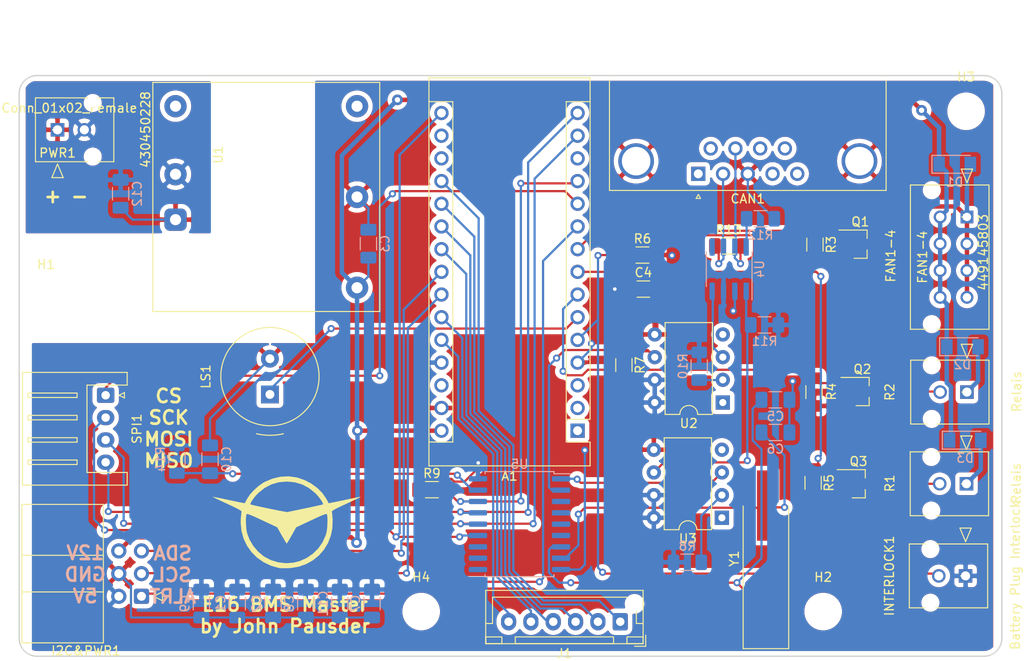
<source format=kicad_pcb>
(kicad_pcb (version 20221018) (generator pcbnew)
  (layers (0 "F.Cu" signal) (31 "B.Cu" signal) (34 "B.Paste" user) (35 "F.Paste" user) (36 "B.SilkS" user "B.Silkscreen") (37 "F.SilkS" user "F.Silkscreen") (38 "B.Mask" user) (39 "F.Mask" user) (44 "Edge.Cuts" user))
  (net 0 "")
  (net 1 "GND")
  (net 2 "+5V")
  (net 3 "+12V")
  (net 6 "Net-(A1-D8)")
  (net 7 "/CAN/CAN_H")
  (net 8 "/CAN/CAN_L")
  (net 9 "Net-(A1-A7)")
  (net 10 "Net-(A1-A6)")
  (net 11 "Net-(A1-SCL{slash}A5)")
  (net 12 "FAN_PWM")
  (net 13 "Net-(A1-SDA{slash}A4)")
  (net 14 "R+")
  (net 15 "Net-(A1-A3)")
  (net 16 "R-")
  (net 17 "RX_CAN")
  (net 18 "Net-(A1-D3)")
  (net 19 "/CAN/CS_CAN")
  (net 20 "Net-(A1-A2)")
  (net 21 "TX_1")
  (net 22 "Net-(A1-D2)")
  (net 23 "/CAN/MISO")
  (net 24 "/CAN/MOSI")
  (net 25 "/CAN/SCK")
  (net 26 "Net-(A1-A1)")
  (net 27 "TX_CAN")
  (net 28 "Net-(A1-A0)")
  (net 30 "ALERT")
  (net 35 "Net-(U5-OSC2)")
  (net 36 "Net-(U5-OSC1)")
  (net 37 "Net-(U5-~{RESET})")
  (net 38 "Net-(PWR1-Pin_2)")
  (net 39 "Net-(PWR1-Pin_1)")
  (net 46 "Net-(D1-A)")
  (net 47 "Net-(D2-A)")
  (net 48 "Net-(D3-A)")
  (net 49 "Net-(Q2-D)")
  (net 50 "Net-(Q3-D)")
  (net 51 "Net-(U3-A)")
  (net 52 "Net-(U2-A)")
  (net 53 "Net-(U4-Rs)")
  (net 56 "Net-(U2-C)")
  (footprint "Capacitor_SMD:C_1206_3216Metric_Pad1.33x1.80mm_HandSolder" (layer "F.Cu") (at 169.8752 123.9012)
    (fp_text reference "C4")
    (fp_text value "100n")
  )
  (footprint "Connector_Dsub:DSUB-9_Female_Horizontal_P2.77x2.84mm_EdgePinOffset7.70mm_Housed_MountingHolesOffset9.12mm" (layer "F.Cu") (at 176.022 110.998 180)
    (fp_text reference "CAN1")
    (fp_text value "CAN Connector")
  )
  (footprint "MountingHole:MountingHole_3.2mm_M3_ISO7380" (layer "F.Cu") (at 103 125)
    (fp_text reference "H1")
    (fp_text value "MountingHole")
  )
  (footprint "MountingHole:MountingHole_3.2mm_M3_ISO7380" (layer "F.Cu") (at 190 160)
    (fp_text reference "H2")
    (fp_text value "MountingHole")
  )
  (footprint "MountingHole:MountingHole_3.2mm_M3_ISO7380" (layer "F.Cu") (at 206 104)
    (fp_text reference "H3")
    (fp_text value "MountingHole")
  )
  (footprint "MountingHole:MountingHole_3.2mm_M3_ISO7380" (layer "F.Cu") (at 145 160)
    (fp_text reference "H4")
    (fp_text value "MountingHole")
  )
  (footprint "Connector_IDC:IDC-Header_2x03_P2.54mm_Horizontal" (layer "F.Cu") (at 113.6904 158.2928 180)
    (fp_text reference "I2C&PWR1")
    (fp_text value "I2C&PWR")
  )
  (footprint "Connector_JST:JST_XH_B6B-XH-AM_1x06_P2.50mm_Vertical" (layer "F.Cu") (at 167.2844 161.1376 180)
    (fp_text reference "J1")
    (fp_text value "Analog")
  )
  (footprint "2022-01-09_21-13-24:430450228" (layer "F.Cu") (at 104.2924 106.0704 -90)
    (fp_text reference "PWR1")
    (fp_text value "Conn_01x02_Female")
  )
  (footprint "Package_TO_SOT_SMD:SOT-23_Handsoldering" (layer "F.Cu") (at 194.1576 118.872)
    (fp_text reference "Q1")
    (fp_text value "IRLML2502")
  )
  (footprint "Package_TO_SOT_SMD:SOT-23_Handsoldering" (layer "F.Cu") (at 194.3895 135.3729)
    (fp_text reference "Q2")
    (fp_text value "IRLML2060")
  )
  (footprint "Package_TO_SOT_SMD:SOT-23_Handsoldering" (layer "F.Cu") (at 193.9544 145.6944)
    (fp_text reference "Q3")
    (fp_text value "IRLML2060")
  )
  (footprint "Resistor_SMD:R_1206_3216Metric_Pad1.30x1.75mm_HandSolder" (layer "F.Cu") (at 189.0776 118.9228 -90)
    (fp_text reference "R3")
    (fp_text value "10k")
  )
  (footprint "Resistor_SMD:R_1206_3216Metric_Pad1.30x1.75mm_HandSolder" (layer "F.Cu") (at 188.8744 145.5928 90)
    (fp_text reference "R5")
    (fp_text value "10k")
  )
  (footprint "Resistor_SMD:R_1206_3216Metric_Pad1.30x1.75mm_HandSolder" (layer "F.Cu") (at 169.7736 120.0912)
    (fp_text reference "R6")
    (fp_text value "10k")
  )
  (footprint "Resistor_SMD:R_1206_3216Metric_Pad1.30x1.75mm_HandSolder" (layer "F.Cu") (at 167.6908 132.4108 -90)
    (fp_text reference "R7")
    (fp_text value "1k")
  )
  (footprint "Resistor_SMD:R_1206_3216Metric_Pad1.30x1.75mm_HandSolder" (layer "F.Cu") (at 146.2024 146.3548)
    (fp_text reference "R9")
    (fp_text value "10k")
  )
  (footprint "Resistor_SMD:R_1206_3216Metric_Pad1.30x1.75mm_HandSolder" (layer "F.Cu") (at 179.4256 119.0752)
    (fp_text reference "R13")
    (fp_text value "120")
  )
  (footprint "Package_DIP:DIP-8_W7.62mm" (layer "F.Cu") (at 178.7652 136.6012 180)
    (fp_text reference "U2")
    (fp_text value "6N137")
  )
  (footprint "Package_DIP:DIP-8_W7.62mm" (layer "F.Cu") (at 178.6636 149.5044 180)
    (fp_text reference "U3")
    (fp_text value "6N137")
  )
  (footprint "Crystal:Crystal_SMD_HC49-SD_HandSoldering" (layer "F.Cu") (at 183.5912 154.0764 90)
    (fp_text reference "Y1")
    (fp_text value "16MHz")
  )
  (footprint "Selfmade:Buzzer4mmPIN" (layer "F.Cu") (at 128.0668 136.1948 90)
    (fp_text reference "LS1")
    (fp_text value "Speaker")
  )
  (footprint "Module:Arduino_Nano" (layer "F.Cu") (at 162.5092 139.7508 180)
    (fp_text reference "A1")
    (fp_text value "Arduino_Nano_Every")
  )
  (footprint "Selfmade:Converter_DCDC_XP_POWER_JTDxxxxxxx_THT_self" (layer "F.Cu") (at 117.5004 116.1288 90)
    (fp_text reference "U1")
    (fp_text value "PDQE20-Ds_Self")
  )
  (footprint "2022-01-09_21-13-24:430450228" (layer "F.Cu") (at 205.9432 156.0068 90)
    (fp_text reference "INTERLOCK1")
    (fp_text value "Battery Plug Interlock")
  )
  (footprint "2022-01-09_21-13-24:430450228" (layer "F.Cu") (at 206.0956 135.4328 90)
    (fp_text reference "R2")
    (fp_text value "Relais")
  )
  (footprint "2022-01-09_21-13-24:430450228" (layer "F.Cu") (at 206.0448 145.6944 90)
    (fp_text reference "R1")
    (fp_text value "Relais")
  )
  (footprint "2022-01-10_10-45-03:449145803" (layer "F.Cu") (at 206.0956 115.824 90)
    (fp_text reference "FAN1-4")
    (fp_text value "FAN1-4")
  )
  (footprint "Connector_JST:JST_XH_S4B-XH-A_1x04_P2.50mm_Horizontal" (layer "F.Cu") (at 109.6772 135.7884 -90)
    (fp_text reference "SPI1")
    (fp_text value "Conn_01x04_Male")
  )
  (footprint "Resistor_SMD:R_1206_3216Metric_Pad1.30x1.75mm_HandSolder" (layer "F.Cu") (at 188.976 135.4328 90)
    (fp_text reference "R4")
    (fp_text value "10k")
  )
  (footprint "Selfmade:FTAG3" (layer "F.Cu") (at 129.9464 150.0124)
    (fp_text reference "H5" hide)
    (fp_text value "MountingHole" hide)
  )
  (footprint "Capacitor_SMD:C_1206_3216Metric_Pad1.33x1.80mm_HandSolder" (layer "B.Cu") (at 124.4092 159.1056 -90)
    (fp_text reference "C1")
    (fp_text value "0u1F")
  )
  (footprint "Capacitor_SMD:C_1206_3216Metric_Pad1.33x1.80mm_HandSolder" (layer "B.Cu") (at 128.4224 159.1056 -90)
    (fp_text reference "C2")
    (fp_text value "1uF")
  )
  (footprint "Capacitor_SMD:C_1206_3216Metric_Pad1.33x1.80mm_HandSolder" (layer "B.Cu") (at 139.0904 118.8212 90)
    (fp_text reference "C3")
    (fp_text value "100uF 16V")
  )
  (footprint "Capacitor_SMD:C_1206_3216Metric_Pad1.33x1.80mm_HandSolder" (layer "B.Cu") (at 184.658 136.2964)
    (fp_text reference "C5")
    (fp_text value "22p")
  )
  (footprint "Capacitor_SMD:C_1206_3216Metric_Pad1.33x1.80mm_HandSolder" (layer "B.Cu") (at 184.658 139.954)
    (fp_text reference "C6")
    (fp_text value "22p")
  )
  (footprint "Capacitor_SMD:C_1206_3216Metric_Pad1.33x1.80mm_HandSolder" (layer "B.Cu") (at 139.4968 159.1056 -90)
    (fp_text reference "C7")
    (fp_text value "100n")
  )
  (footprint "Capacitor_SMD:C_1206_3216Metric_Pad1.33x1.80mm_HandSolder" (layer "B.Cu") (at 132.08 159.1056 -90)
    (fp_text reference "C8")
    (fp_text value "100n")
  )
  (footprint "Capacitor_SMD:C_1206_3216Metric_Pad1.33x1.80mm_HandSolder" (layer "B.Cu") (at 120.396 159.1056 -90)
    (fp_text reference "C9")
    (fp_text value "100n")
  )
  (footprint "Capacitor_SMD:C_1206_3216Metric_Pad1.33x1.80mm_HandSolder" (layer "B.Cu") (at 121.3612 142.9512 90)
    (fp_text reference "C10")
    (fp_text value "100n")
  )
  (footprint "Capacitor_SMD:C_1206_3216Metric_Pad1.33x1.80mm_HandSolder" (layer "B.Cu") (at 135.89 159.1056 -90)
    (fp_text reference "C11")
    (fp_text value "100n")
  )
  (footprint "Diode_SMD:D_MiniMELF" (layer "B.Cu") (at 204.724 109.9312)
    (fp_text reference "D1")
    (fp_text value "D")
  )
  (footprint "Diode_SMD:D_MiniMELF" (layer "B.Cu") (at 205.5876 130.3528)
    (fp_text reference "D2")
    (fp_text value "LL4148")
  )
  (footprint "Diode_SMD:D_MiniMELF" (layer "B.Cu") (at 205.8924 140.8176)
    (fp_text reference "D3")
    (fp_text value "LL4148")
  )
  (footprint "Resistor_SMD:R_1206_3216Metric_Pad1.30x1.75mm_HandSolder" (layer "B.Cu") (at 174.8028 154.4828 180)
    (fp_text reference "R8")
    (fp_text value "1k")
  )
  (footprint "Resistor_SMD:R_1206_3216Metric_Pad1.30x1.75mm_HandSolder" (layer "B.Cu") (at 176.1236 132.5372 -90)
    (fp_text reference "R10")
    (fp_text value "1k")
  )
  (footprint "Resistor_SMD:R_1206_3216Metric_Pad1.30x1.75mm_HandSolder" (layer "B.Cu") (at 183.4388 127.9144)
    (fp_text reference "R11")
    (fp_text value "1k")
  )
  (footprint "Resistor_SMD:R_1206_3216Metric_Pad1.30x1.75mm_HandSolder" (layer "B.Cu") (at 182.9816 116.0272)
    (fp_text reference "R12")
    (fp_text value "10k")
  )
  (footprint "Package_SO:SOIC-8_3.9x4.9mm_P1.27mm" (layer "B.Cu") (at 179.4764 121.666 90)
    (fp_text reference "U4")
    (fp_text value "MCP2551-I-SN")
  )
  (footprint "Package_SO:SOIC-18W_7.5x11.6mm_P1.27mm" (layer "B.Cu") (at 156.0068 150.2156 180)
    (fp_text reference "U5")
    (fp_text value "MCP2515-xSO")
  )
  (footprint "Capacitor_SMD:C_1206_3216Metric_Pad1.33x1.80mm_HandSolder" (layer "B.Cu") (at 111.3536 113.2332 90)
    (fp_text reference "C12")
    (fp_text value "100uF 70V")
  )
  (footprint "Resistor_SMD:R_1206_3216Metric_Pad1.30x1.75mm_HandSolder" (layer "B.Cu") (at 117.6528 142.9512 -90)
    (fp_text reference "R14")
    (fp_text value "1k")
  )
  (gr_arc (start 102 165) (mid 100.585786 164.414214) (end 100 163) (stroke (width 0.15)) (layer "Edge.Cuts"))
  (gr_arc (start 100 102) (mid 100.585786 100.585786) (end 102 100) (stroke (width 0.15)) (layer "Edge.Cuts"))
  (gr_arc (start 210 163) (mid 209.414214 164.414214) (end 208 165) (stroke (width 0.15)) (layer "Edge.Cuts"))
  (gr_line (start 210 102) (end 210 163) (stroke (width 0.15)) (layer "Edge.Cuts"))
  (gr_line (start 208 165) (end 102 165) (stroke (width 0.15)) (layer "Edge.Cuts"))
  (gr_line (start 100 102) (end 100 163) (stroke (width 0.15)) (layer "Edge.Cuts"))
  (gr_arc (start 208 100) (mid 209.414214 100.585786) (end 210 102) (stroke (width 0.15)) (layer "Edge.Cuts"))
  (gr_line (start 102 100) (end 208 100) (stroke (width 0.15)) (layer "Edge.Cuts"))
  (gr_text "12V\nGND\n5V" (at 107.3912 155.8544) (layer "B.SilkS") (effects (font (size 1.5 1.5) (thickness 0.3)) (justify mirror)))
  (gr_text "SDA\nSCL\nALRT" (at 117.1956 155.9052) (layer "B.SilkS") (effects (font (size 1.5 1.5) (thickness 0.3)) (justify mirror)))
  (gr_text "CS\nSCK\nMOSI\nMISO" (at 116.7384 139.4968) (layer "F.SilkS") (effects (font (size 1.5 1.5) (thickness 0.3))))
  (gr_text "+ -" (at 105.2576 113.4872) (layer "F.SilkS") (effects (font (size 1.5 1.5) (thickness 0.3))))
  (gr_text "E16 BMS Master\nby John Pausder" (at 129.7432 160.4264) (layer "F.SilkS") (effects (font (size 1.5 1.5) (thickness 0.3))))
  (segment (start 173.0248 120.0912) (end 173.0756 120.142) (width 0.25) (layer "F.Cu") (net 1))
  (segment (start 186.47999 117.87519) (end 189.0776 120.4728) (width 0.25) (layer "F.Cu") (net 1))
  (segment (start 188.976 136.6012) (end 186.5884 134.2136) (width 0.25) (layer "F.Cu") (net 1))
  (segment (start 164.0702 129.996201) (end 165.085201 128.9812) (width 0.25) (layer "F.Cu") (net 1))
  (segment (start 163.322 141.9352) (end 170.9928 141.9352) (width 0.25) (layer "F.Cu") (net 1))
  (segment (start 170.9928 141.9352) (end 171.0436 141.8844) (width 0.25) (layer "F.Cu") (net 1))
  (segment (start 171.4377 128.6887) (end 171.1452 128.9812) (width 0.25) (layer "F.Cu") (net 1))
  (segment (start 165.085201 128.9812) (end 171.1452 128.9812) (width 0.25) (layer "F.Cu") (net 1))
  (segment (start 188.976 136.9828) (end 188.976 136.6012) (width 0.25) (layer "F.Cu") (net 1))
  (segment (start 171.3236 120.0912) (end 173.0248 120.0912) (width 0.25) (layer "F.Cu") (net 1))
  (segment (start 175.34241 117.87519) (end 186.47999 117.87519) (width 0.25) (layer "F.Cu") (net 1))
  (segment (start 171.4377 123.9012) (end 171.4377 128.6887) (width 0.25) (layer "F.Cu") (net 1))
  (segment (start 173.0756 120.142) (end 175.34241 117.87519) (width 0.25) (layer "F.Cu") (net 1))
  (via (at 163.322 141.9352) (size 0.8) (drill 0.4) (layers "F.Cu" "B.Cu") (net 1))
  (via (at 173.0756 120.142) (size 0.8) (drill 0.4) (layers "F.Cu" "B.Cu") (net 1))
  (via (at 186.5884 134.2136) (size 0.8) (drill 0.4) (layers "F.Cu" "B.Cu") (net 1))
  (via (at 164.0702 129.996201) (size 0.8) (drill 0.4) (layers "F.Cu" "B.Cu") (net 1))
  (via (at 179.9336 126.3396) (size 0.8) (drill 0.4) (layers "F.Cu" "B.Cu") (net 1))
  (segment (start 160.6568 155.2956) (end 161.6818 155.2956) (width 0.25) (layer "B.Cu") (net 1))
  (segment (start 180.1114 124.141) (end 180.1114 126.1618) (width 0.25) (layer "B.Cu") (net 1))
  (segment (start 181.562 110.998) (end 181.562 113.0576) (width 0.25) (layer "B.Cu") (net 1))
  (segment (start 112.5851 160.6681) (end 112.51539 160.59839) (width 0.25) (layer "B.Cu") (net 1))
  (segment (start 186.5884 135.9285) (end 186.2205 136.2964) (width 0.25) (layer "B.Cu") (net 1))
  (segment (start 139.0904 114.8588) (end 137.8204 113.5888) (width 0.25) (layer "B.Cu") (net 1))
  (segment (start 139.4968 160.6681) (end 120.396 160.6681) (width 0.25) (layer "B.Cu") (net 1))
  (segment (start 121.3612 138.4004) (end 128.0668 131.6948) (width 0.25) (layer "B.Cu") (net 1))
  (segment (start 117.9191 160.6681) (end 112.5851 160.6681) (width 0.25) (layer "B.Cu") (net 1))
  (segment (start 112.51539 157.11779) (end 111.1504 155.7528) (width 0.25) (layer "B.Cu") (net 1))
  (segment (start 186.2205 136.2964) (end 186.2205 139.954) (width 0.25) (layer "B.Cu") (net 1))
  (segment (start 181.562 113.0576) (end 184.5316 116.0272) (width 0.25) (layer "B.Cu") (net 1))
  (segment (start 121.3612 141.3887) (end 121.3612 138.4004) (width 0.25) (layer "B.Cu") (net 1))
  (segment (start 180.1114 126.1618) (end 179.9336 126.3396) (width 0.25) (layer "B.Cu") (net 1))
  (segment (start 163.322 154.7368) (end 163.322 141.9352) (width 0.25) (layer "B.Cu") (net 1))
  (segment (start 186.5884 134.2136) (end 186.5884 135.9285) (width 0.25) (layer "B.Cu") (net 1))
  (segment (start 164.0702 130.5698) (end 164.0702 129.996201) (width 0.25) (layer "B.Cu") (net 1))
  (segment (start 161.6818 155.2956) (end 162.7632 155.2956) (width 0.25) (layer "B.Cu") (net 1))
  (segment (start 112.5851 160.6681) (end 112.5728 160.6804) (width 0.25) (layer "B.Cu") (net 1))
  (segment (start 112.51539 160.59839) (end 112.51539 157.11779) (width 0.25) (layer "B.Cu") (net 1))
  (segment (start 162.7632 155.2956) (end 163.322 154.7368) (width 0.25) (layer "B.Cu") (net 1))
  (segment (start 120.396 160.6681) (end 117.9191 160.6681) (width 0.25) (layer "B.Cu") (net 1))
  (segment (start 162.5092 132.1308) (end 164.0702 130.5698) (width 0.25) (layer "B.Cu") (net 1))
  (segment (start 139.0904 117.2587) (end 139.0904 114.8588) (width 0.25) (layer "B.Cu") (net 1))
  (segment (start 144.6524 146.3548) (end 145.85241 145.15479) (width 0.25) (layer "F.Cu") (net 2))
  (segment (start 148.399788 145.15479) (end 148.699199 145.454201) (width 0.25) (layer "F.Cu") (net 2))
  (segment (start 151.384 143.923285) (end 151.384 143.3576) (width 0.25) (layer "F.Cu") (net 2))
  (segment (start 171.0448 133.9608) (end 171.1452 134.0612) (width 0.25) (layer "F.Cu") (net 2))
  (segment (start 168.3127 123.9012) (end 166.6748 123.9012) (width 0.25) (layer "F.Cu") (net 2))
  (segment (start 145.85241 145.15479) (end 148.399788 145.15479) (width 0.25) (layer "F.Cu") (net 2))
  (segment (start 149.853084 145.454201) (end 151.384 143.923285) (width 0.25) (layer "F.Cu") (net 2))
  (segment (start 167.6908 133.9608) (end 171.0448 133.9608) (width 0.25) (layer "F.Cu") (net 2))
  (segment (start 148.699199 145.454201) (end 149.853084 145.454201) (width 0.25) (layer "F.Cu") (net 2))
  (via (at 151.384 143.3576) (size 0.8) (drill 0.4) (layers "F.Cu" "B.Cu") (net 2))
  (via (at 166.6748 123.9012) (size 0.8) (drill 0.4) (layers "F.Cu" "B.Cu") (net 2))
  (segment (start 151.3568 143.3848) (end 151.384 143.3576) (width 0.25) (layer "B.Cu") (net 2))
  (segment (start 151.3568 145.1356) (end 151.3568 143.3848) (width 0.25) (layer "B.Cu") (net 2))
  (segment (start 112.675399 151.687801) (end 111.1504 153.2128) (width 0.5) (layer "F.Cu") (net 3))
  (segment (start 137.169601 151.687801) (end 112.675399 151.687801) (width 0.5) (layer "F.Cu") (net 3))
  (segment (start 137.8712 139.7508) (end 147.2692 139.7508) (width 0.5) (layer "F.Cu") (net 3))
  (segment (start 199.8472 102.7176) (end 201.0156 103.886) (width 0.5) (layer "F.Cu") (net 3))
  (segment (start 142.3416 102.7176) (end 199.8472 102.7176) (width 0.5) (layer "F.Cu") (net 3))
  (segment (start 137.7696 152.2878) (end 137.169601 151.687801) (width 0.5) (layer "F.Cu") (net 3))
  (via (at 137.8712 139.7508) (size 1.2) (drill 0.6) (layers "F.Cu" "B.Cu") (net 3))
  (via (at 201.0156 103.886) (size 1.2) (drill 0.6) (layers "F.Cu" "B.Cu") (net 3))
  (via (at 142.3416 102.7176) (size 1.2) (drill 0.6) (layers "F.Cu" "B.Cu") (net 3))
  (via (at 137.7696 152.2878) (size 1.2) (drill 0.6) (layers "F.Cu" "B.Cu") (net 3))
  (segment (start 137.8204 123.7488) (end 136.120399 122.048799) (width 0.5) (layer "B.Cu") (net 3))
  (segment (start 203.095601 115.824) (end 203.095601 124.823997) (width 0.5) (layer "B.Cu") (net 3))
  (segment (start 203.8156 115.104001) (end 203.095601 115.824) (width 0.5) (layer "B.Cu") (net 3))
  (segment (start 203.095601 124.823997) (end 203.8376 125.565996) (width 0.5) (layer "B.Cu") (net 3))
  (segment (start 137.8204 123.7488) (end 137.8204 139.7) (width 0.5) (layer "B.Cu") (net 3))
  (segment (start 202.974 109.9312) (end 203.8156 110.7728) (width 0.5) (layer "B.Cu") (net 3))
  (segment (start 139.0904 122.4788) (end 137.8204 123.7488) (width 0.25) (layer "B.Cu") (net 3))
  (segment (start 204.305602 134.851999) (end 204.305602 140.654398) (width 0.5) (layer "B.Cu") (net 3))
  (segment (start 204.305602 140.654398) (end 204.1424 140.8176) (width 0.5) (layer "B.Cu") (net 3))
  (segment (start 136.120399 122.048799) (end 136.120399 108.938801) (width 0.5) (layer "B.Cu") (net 3))
  (segment (start 203.8156 110.7728) (end 203.8156 115.104001) (width 0.5) (layer "B.Cu") (net 3))
  (segment (start 137.8204 139.7) (end 137.8712 139.7508) (width 0.5) (layer "B.Cu") (net 3))
  (segment (start 137.8712 152.1862) (end 137.7696 152.2878) (width 0.5) (layer "B.Cu") (net 3))
  (segment (start 137.8712 139.7508) (end 137.8712 152.1862) (width 0.5) (layer "B.Cu") (net 3))
  (segment (start 203.8376 125.565996) (end 203.8376 130.3528) (width 0.5) (layer "B.Cu") (net 3))
  (segment (start 203.8376 130.3528) (end 203.8376 134.383997) (width 0.5) (layer "B.Cu") (net 3))
  (segment (start 139.0904 120.3837) (end 139.0904 122.4788) (width 0.25) (layer "B.Cu") (net 3))
  (segment (start 201.0156 103.886) (end 202.974 105.8444) (width 0.5) (layer "B.Cu") (net 3))
  (segment (start 136.120399 108.938801) (end 142.3416 102.7176) (width 0.5) (layer "B.Cu") (net 3))
  (segment (start 202.974 105.8444) (end 202.974 109.9312) (width 0.5) (layer "B.Cu") (net 3))
  (segment (start 203.8376 134.383997) (end 204.305602 134.851999) (width 0.5) (layer "B.Cu") (net 3))
  (segment (start 111.0116 133.604) (end 140.3604 133.604) (width 0.25) (layer "F.Cu") (net 6))
  (segment (start 109.6772 135.7884) (end 109.6772 134.9384) (width 0.25) (layer "F.Cu") (net 6))
  (segment (start 109.6772 134.9384) (end 111.0116 133.604) (width 0.25) (layer "F.Cu") (net 6))
  (segment (start 161.094201 112.935801) (end 162.5092 114.3508) (width 0.25) (layer "F.Cu") (net 6))
  (segment (start 142.080199 112.935801) (end 161.094201 112.935801) (width 0.25) (layer "F.Cu") (net 6))
  (segment (start 141.7828 113.2332) (end 142.080199 112.935801) (width 0.25) (layer "F.Cu") (net 6))
  (via (at 141.7828 113.2332) (size 0.8) (drill 0.4) (layers "F.Cu" "B.Cu") (net 6))
  (via (at 140.3604 133.604) (size 0.8) (drill 0.4) (layers "F.Cu" "B.Cu") (net 6))
  (segment (start 140.3604 114.6556) (end 141.7828 113.2332) (width 0.25) (layer "B.Cu") (net 6))
  (segment (start 140.3604 133.604) (end 140.3604 114.6556) (width 0.25) (layer "B.Cu") (net 6))
  (segment (start 180.7464 121.0564) (end 180.7464 119.3044) (width 0.25) (layer "F.Cu") (net 7))
  (segment (start 180.7464 119.3044) (end 180.9756 119.0752) (width 0.25) (layer "F.Cu") (net 7))
  (via (at 180.7464 121.0564) (size 0.8) (drill 0.4) (layers "F.Cu" "B.Cu") (net 7))
  (segment (start 180.1114 120.4214) (end 180.7464 121.0564) (width 0.25) (layer "B.Cu") (net 7))
  (segment (start 180.1114 119.191) (end 180.1114 120.4214) (width 0.25) (layer "B.Cu") (net 7))
  (segment (start 180.177 108.158) (end 180.177 119.1254) (width 0.25) (layer "B.Cu") (net 7))
  (segment (start 180.177 119.1254) (end 180.1114 119.191) (width 0.25) (layer "B.Cu") (net 7))
  (segment (start 178.308 119.5076) (end 177.8756 119.0752) (width 0.25) (layer "F.Cu") (net 8))
  (segment (start 178.308 121.0564) (end 178.308 119.5076) (width 0.25) (layer "F.Cu") (net 8))
  (via (at 178.308 121.0564) (size 0.8) (drill 0.4) (layers "F.Cu" "B.Cu") (net 8))
  (segment (start 178.8414 120.523) (end 178.308 121.0564) (width 0.25) (layer "B.Cu") (net 8))
  (segment (start 178.8414 119.191) (end 178.8414 120.523) (width 0.25) (layer "B.Cu") (net 8))
  (segment (start 178.792 119.1416) (end 178.8414 119.191) (width 0.25) (layer "B.Cu") (net 8))
  (segment (start 178.792 110.998) (end 178.792 119.1416) (width 0.25) (layer "B.Cu") (net 8))
  (segment (start 154.7844 160.1692) (end 153.0604 158.4452) (width 0.25) (layer "B.Cu") (net 9))
  (segment (start 154.7844 161.1376) (end 154.7844 160.1692) (width 0.25) (layer "B.Cu") (net 9))
  (segment (start 149.1488 138.43) (end 149.1488 131.4704) (width 0.25) (layer "B.Cu") (net 9))
  (segment (start 153.0604 158.4452) (end 153.0604 142.3416) (width 0.25) (layer "B.Cu") (net 9))
  (segment (start 149.1488 131.4704) (end 147.2692 129.5908) (width 0.25) (layer "B.Cu") (net 9))
  (segment (start 153.0604 142.3416) (end 149.1488 138.43) (width 0.25) (layer "B.Cu") (net 9))
  (segment (start 157.2844 161.1376) (end 157.2844 159.9126) (width 0.25) (layer "B.Cu") (net 10))
  (segment (start 157.2844 159.9126) (end 153.51041 156.13861) (width 0.25) (layer "B.Cu") (net 10))
  (segment (start 153.510409 142.155199) (end 149.59881 138.2436) (width 0.25) (layer "B.Cu") (net 10))
  (segment (start 149.59881 129.38041) (end 147.2692 127.0508) (width 0.25) (layer "B.Cu") (net 10))
  (segment (start 149.59881 138.2436) (end 149.59881 129.38041) (width 0.25) (layer "B.Cu") (net 10))
  (segment (start 153.51041 156.13861) (end 153.510409 142.155199) (width 0.25) (layer "B.Cu") (net 10))
  (segment (start 113.7412 155.702) (end 113.6904 155.7528) (width 0.25) (layer "F.Cu") (net 11))
  (segment (start 143.3576 155.702) (end 113.7412 155.702) (width 0.25) (layer "F.Cu") (net 11))
  (via (at 143.3576 155.702) (size 0.8) (drill 0.4) (layers "F.Cu" "B.Cu") (net 11))
  (segment (start 143.56799 128.21201) (end 143.50281 128.21201) (width 0.25) (layer "B.Cu") (net 11))
  (segment (start 147.2692 124.5108) (end 143.56799 128.21201) (width 0.25) (layer "B.Cu") (net 11))
  (segment (start 143.50281 155.55679) (end 143.3576 155.702) (width 0.25) (layer "B.Cu") (net 11))
  (segment (start 143.50281 128.21201) (end 143.50281 155.55679) (width 0.25) (layer "B.Cu") (net 11))
  (segment (start 192.6576 117.922) (end 189.6268 117.922) (width 0.25) (layer "F.Cu") (net 12))
  (segment (start 164.5672 117.3728) (end 162.5092 119.4308) (width 0.25) (layer "F.Cu") (net 12))
  (segment (start 189.0776 117.3728) (end 164.5672 117.3728) (width 0.25) (layer "F.Cu") (net 12))
  (segment (start 189.6268 117.922) (end 189.0776 117.3728) (width 0.25) (layer "F.Cu") (net 12))
  (segment (start 142.52381 153.2128) (end 142.77781 153.4668) (width 0.25) (layer "F.Cu") (net 13))
  (segment (start 140.9192 153.2128) (end 142.52381 153.2128) (width 0.25) (layer "F.Cu") (net 13))
  (segment (start 113.6904 153.2128) (end 137.3124 153.2128) (width 0.25) (layer "F.Cu") (net 13))
  (segment (start 137.3124 153.2128) (end 140.9192 153.2128) (width 0.25) (layer "F.Cu") (net 13))
  (via (at 142.77781 153.4668) (size 0.8) (drill 0.4) (layers "F.Cu" "B.Cu") (net 13))
  (segment (start 147.2692 121.9708) (end 143.0528 126.1872) (width 0.25) (layer "B.Cu") (net 13))
  (segment (start 142.77781 153.4668) (end 142.77781 152.122392) (width 0.25) (layer "B.Cu") (net 13))
  (segment (start 143.0528 126.1872) (end 143.0528 126.238) (width 0.25) (layer "B.Cu") (net 13))
  (segment (start 143.0528 151.847402) (end 143.0528 126.238) (width 0.25) (layer "B.Cu") (net 13))
  (segment (start 142.77781 152.122392) (end 143.0528 151.847402) (width 0.25) (layer "B.Cu") (net 13))
  (segment (start 189.5161 134.4229) (end 188.976 133.8828) (width 0.25) (layer "F.Cu") (net 14))
  (segment (start 161.333399 133.545799) (end 160.8836 133.096) (width 0.25) (layer "F.Cu") (net 14))
  (segment (start 163.049201 133.545799) (end 161.333399 133.545799) (width 0.25) (layer "F.Cu") (net 14))
  (segment (start 188.976 133.8828) (end 188.029399 132.936199) (width 0.25) (layer "F.Cu") (net 14))
  (segment (start 192.8895 134.4229) (end 189.5161 134.4229) (width 0.25) (layer "F.Cu") (net 14))
  (segment (start 188.029399 132.936199) (end 163.658801 132.936199) (width 0.25) (layer "F.Cu") (net 14))
  (segment (start 163.658801 132.936199) (end 163.049201 133.545799) (width 0.25) (layer "F.Cu") (net 14))
  (via (at 160.8836 133.096) (size 0.8) (drill 0.4) (layers "F.Cu" "B.Cu") (net 14))
  (segment (start 160.8836 133.096) (end 160.8836 126.1364) (width 0.25) (layer "B.Cu") (net 14))
  (segment (start 160.8836 126.1364) (end 162.5092 124.5108) (width 0.25) (layer "B.Cu") (net 14))
  (segment (start 153.960418 155.952208) (end 153.960418 141.968798) (width 0.25) (layer "B.Cu") (net 15))
  (segment (start 150.04882 122.21042) (end 147.2692 119.4308) (width 0.25) (layer "B.Cu") (net 15))
  (segment (start 150.04882 138.0572) (end 150.04882 122.21042) (width 0.25) (layer "B.Cu") (net 15))
  (segment (start 153.960418 141.968798) (end 150.04882 138.0572) (width 0.25) (layer "B.Cu") (net 15))
  (segment (start 159.14581 161.1376) (end 153.960418 155.952208) (width 0.25) (layer "B.Cu") (net 15))
  (segment (start 159.7844 161.1376) (end 159.14581 161.1376) (width 0.25) (layer "B.Cu") (net 15))
  (segment (start 162.5092 121.9708) (end 189.23 121.9708) (width 0.25) (layer "F.Cu") (net 16))
  (segment (start 188.8744 144.0428) (end 191.7528 144.0428) (width 0.25) (layer "F.Cu") (net 16))
  (segment (start 189.23 121.9708) (end 189.738 122.4788) (width 0.25) (layer "F.Cu") (net 16))
  (segment (start 189.4332 143.484) (end 188.8744 144.0428) (width 0.25) (layer "F.Cu") (net 16))
  (segment (start 189.4332 142.8496) (end 189.4332 143.484) (width 0.25) (layer "F.Cu") (net 16))
  (segment (start 191.7528 144.0428) (end 192.4544 144.7444) (width 0.25) (layer "F.Cu") (net 16))
  (via (at 189.738 122.4788) (size 0.8) (drill 0.4) (layers "F.Cu" "B.Cu") (net 16))
  (via (at 189.4332 142.8496) (size 0.8) (drill 0.4) (layers "F.Cu" "B.Cu") (net 16))
  (segment (start 189.738 122.4788) (end 189.738 142.5448) (width 0.25) (layer "B.Cu") (net 16))
  (segment (start 189.738 142.5448) (end 189.4332 142.8496) (width 0.25) (layer "B.Cu") (net 16))
  (segment (start 161.060199 130.721201) (end 160.1586 131.6228) (width 0.25) (layer "F.Cu") (net 17))
  (segment (start 170.4848 130.8608) (end 171.1452 131.5212) (width 0.25) (layer "F.Cu") (net 17))
  (segment (start 170.345201 130.721201) (end 161.060199 130.721201) (width 0.25) (layer "F.Cu") (net 17))
  (segment (start 167.6908 130.8608) (end 170.4848 130.8608) (width 0.25) (layer "F.Cu") (net 17))
  (segment (start 171.1452 131.5212) (end 170.345201 130.721201) (width 0.25) (layer "F.Cu") (net 17))
  (via (at 160.1586 131.6228) (size 0.8) (drill 0.4) (layers "F.Cu" "B.Cu") (net 17))
  (segment (start 160.1586 131.6228) (end 159.30679 132.47461) (width 0.25) (layer "B.Cu") (net 17))
  (segment (start 159.30679 146.08059) (end 159.6318 146.4056) (width 0.25) (layer "B.Cu") (net 17))
  (segment (start 159.30679 132.47461) (end 159.30679 146.08059) (width 0.25) (layer "B.Cu") (net 17))
  (segment (start 159.6318 146.4056) (end 160.6568 146.4056) (width 0.25) (layer "B.Cu") (net 17))
  (segment (start 170.8652 131.2412) (end 171.1452 131.5212) (width 0.25) (layer "B.Cu") (net 17))
  (segment (start 161.2392 128.3208) (end 134.9248 128.3208) (width 0.25) (layer "F.Cu") (net 18))
  (segment (start 162.5092 127.0508) (end 161.2392 128.3208) (width 0.25) (layer "F.Cu") (net 18))
  (via (at 134.9248 128.3208) (size 0.8) (drill 0.4) (layers "F.Cu" "B.Cu") (net 18))
  (segment (start 134.9248 128.3208) (end 128.0668 135.1788) (width 0.25) (layer "B.Cu") (net 18))
  (segment (start 128.0668 135.1788) (end 128.0668 135.6948) (width 0.25) (layer "B.Cu") (net 18))
  (segment (start 156.1084 147.6756) (end 156.1592 147.6248) (width 0.25) (layer "F.Cu") (net 19))
  (segment (start 162.2552 112.0648) (end 162.5092 111.8108) (width 0.25) (layer "F.Cu") (net 19))
  (segment (start 149.0732 147.6756) (end 147.7524 146.3548) (width 0.25) (layer "F.Cu") (net 19))
  (segment (start 149.4028 147.6756) (end 156.1084 147.6756) (width 0.25) (layer "F.Cu") (net 19))
  (segment (start 156.1592 112.0648) (end 162.2552 112.0648) (width 0.25) (layer "F.Cu") (net 19))
  (via (at 156.1592 147.6248) (size 0.8) (drill 0.4) (layers "F.Cu" "B.Cu") (net 19))
  (via (at 149.4028 147.6756) (size 0.8) (drill 0.4) (layers "F.Cu" "B.Cu") (net 19))
  (via (at 156.1592 112.0648) (size 0.8) (drill 0.4) (layers "F.Cu" "B.Cu") (net 19))
  (segment (start 149.352 147.6756) (end 149.0732 147.6756) (width 0.25) (layer "B.Cu") (net 19))
  (segment (start 156.1592 147.6248) (end 156.1592 112.0648) (width 0.25) (layer "B.Cu") (net 19))
  (segment (start 162.4584 111.76) (end 162.5092 111.8108) (width 0.25) (layer "B.Cu") (net 19))
  (segment (start 149.352 147.6756) (end 149.4028 147.6756) (width 0.25) (layer "B.Cu") (net 19))
  (segment (start 151.3568 147.6756) (end 149.352 147.6756) (width 0.25) (layer "B.Cu") (net 19))
  (segment (start 158.30902 159.6644) (end 154.410428 155.765808) (width 0.25) (layer "B.Cu") (net 20))
  (segment (start 150.49883 120.12043) (end 147.2692 116.8908) (width 0.25) (layer "B.Cu") (net 20))
  (segment (start 150.49883 137.8708) (end 150.49883 120.12043) (width 0.25) (layer "B.Cu") (net 20))
  (segment (start 154.410427 141.782397) (end 150.49883 137.8708) (width 0.25) (layer "B.Cu") (net 20))
  (segment (start 154.410428 155.765808) (end 154.410427 141.782397) (width 0.25) (layer "B.Cu") (net 20))
  (segment (start 162.2844 161.1376) (end 160.8112 159.6644) (width 0.25) (layer "B.Cu") (net 20))
  (segment (start 160.8112 159.6644) (end 158.30902 159.6644) (width 0.25) (layer "B.Cu") (net 20))
  (segment (start 171.0436 144.4244) (end 172.168601 143.299399) (width 0.25) (layer "F.Cu") (net 21))
  (segment (start 181.312601 143.299399) (end 181.5084 143.1036) (width 0.25) (layer "F.Cu") (net 21))
  (segment (start 172.168601 143.299399) (end 181.312601 143.299399) (width 0.25) (layer "F.Cu") (net 21))
  (via (at 181.5084 143.1036) (size 0.8) (drill 0.4) (layers "F.Cu" "B.Cu") (net 21))
  (segment (start 181.3814 127.407) (end 181.8888 127.9144) (width 0.25) (layer "B.Cu") (net 21))
  (segment (start 181.3814 124.141) (end 181.3814 127.407) (width 0.25) (layer "B.Cu") (net 21))
  (segment (start 181.5084 143.1036) (end 181.5084 128.2948) (width 0.25) (layer "B.Cu") (net 21))
  (segment (start 181.5084 128.2948) (end 181.8888 127.9144) (width 0.25) (layer "B.Cu") (net 21))
  (segment (start 164.846 120.0912) (end 164.7952 120.142) (width 0.25) (layer "F.Cu") (net 22))
  (segment (start 168.2236 120.0912) (end 164.846 120.0912) (width 0.25) (layer "F.Cu") (net 22))
  (segment (start 202.943201 156.0068) (end 202.6878 155.751399) (width 0.25) (layer "F.Cu") (net 22))
  (segment (start 165.454199 155.751399) (end 165.3032 155.6004) (width 0.25) (layer "F.Cu") (net 22))
  (segment (start 202.6878 155.751399) (end 165.454199 155.751399) (width 0.25) (layer "F.Cu") (net 22))
  (via (at 165.3032 155.6004) (size 0.8) (drill 0.4) (layers "F.Cu" "B.Cu") (net 22))
  (via (at 164.7952 120.142) (size 0.8) (drill 0.4) (layers "F.Cu" "B.Cu") (net 22))
  (segment (start 164.7952 120.142) (end 164.7952 127.3048) (width 0.25) (layer "B.Cu") (net 22))
  (segment (start 164.7952 155.0924) (end 164.7952 127.3048) (width 0.25) (layer "B.Cu") (net 22))
  (segment (start 164.7952 127.3048) (end 162.5092 129.5908) (width 0.25) (layer "B.Cu") (net 22))
  (segment (start 165.3032 155.6004) (end 164.7952 155.0924) (width 0.25) (layer "B.Cu") (net 22))
  (segment (start 149.4028 148.844) (end 110.0328 148.844) (width 0.25) (layer "F.Cu") (net 23))
  (segment (start 149.4028 148.844) (end 156.9212 148.844) (width 0.25) (layer "F.Cu") (net 23))
  (segment (start 110.0328 148.844) (end 109.982 148.7932) (width 0.25) (layer "F.Cu") (net 23))
  (segment (start 156.9212 148.844) (end 156.972 148.8948) (width 0.25) (layer "F.Cu") (net 23))
  (via (at 156.972 148.8948) (size 0.8) (drill 0.4) (layers "F.Cu" "B.Cu") (net 23))
  (via (at 109.982 148.7932) (size 0.8) (drill 0.4) (layers "F.Cu" "B.Cu") (net 23))
  (via (at 149.4028 148.844) (size 0.8) (drill 0.4) (layers "F.Cu" "B.Cu") (net 23))
  (segment (start 151.3568 148.9456) (end 149.5044 148.9456) (width 0.25) (layer "B.Cu") (net 23))
  (segment (start 156.972 109.728) (end 162.5092 104.1908) (width 0.25) (layer "B.Cu") (net 23))
  (segment (start 109.982 148.7932) (end 109.982 143.5932) (width 0.25) (layer "B.Cu") (net 23))
  (segment (start 149.5044 148.9456) (end 149.4028 148.844) (width 0.25) (layer "B.Cu") (net 23))
  (segment (start 109.982 143.5932) (end 109.6772 143.2884) (width 0.25) (layer "B.Cu") (net 23))
  (segment (start 156.972 148.8948) (end 156.972 109.728) (width 0.25) (layer "B.Cu") (net 23))
  (segment (start 111.7462 150.1648) (end 111.6954 150.114) (width 0.25) (layer "F.Cu") (net 24))
  (segment (start 149.4028 150.1648) (end 111.7462 150.1648) (width 0.25) (layer "F.Cu") (net 24))
  (segment (start 149.4028 150.1648) (end 157.5308 150.1648) (width 0.25) (layer "F.Cu") (net 24))
  (via (at 157.5308 150.1648) (size 0.8) (drill 0.4) (layers "F.Cu" "B.Cu") (net 24))
  (via (at 149.4028 150.1648) (size 0.8) (drill 0.4) (layers "F.Cu" "B.Cu") (net 24))
  (via (at 111.6954 150.114) (size 0.8) (drill 0.4) (layers "F.Cu" "B.Cu") (net 24))
  (segment (start 151.3568 150.2156) (end 149.4536 150.2156) (width 0.25) (layer "B.Cu") (net 24))
  (segment (start 111.6954 150.114) (end 111.6954 142.8066) (width 0.25) (layer "B.Cu") (net 24))
  (segment (start 157.697001 111.542999) (end 162.5092 106.7308) (width 0.25) (layer "B.Cu") (net 24))
  (segment (start 111.6954 142.8066) (end 109.6772 140.7884) (width 0.25) (layer "B.Cu") (net 24))
  (segment (start 149.4536 150.2156) (end 149.4028 150.1648) (width 0.25) (layer "B.Cu") (net 24))
  (segment (start 157.697001 149.998599) (end 157.697001 111.542999) (width 0.25) (layer "B.Cu") (net 24))
  (segment (start 157.5308 150.1648) (end 157.697001 149.998599) (width 0.25) (layer "B.Cu") (net 24))
  (segment (start 142.3416 151.638) (end 142.1892 151.638) (width 0.25) (layer "F.Cu") (net 25))
  (segment (start 109.5756 150.876) (end 141.4272 150.876) (width 0.25) (layer "F.Cu") (net 25))
  (segment (start 149.3012 151.638) (end 142.3416 151.638) (width 0.25) (layer "F.Cu") (net 25))
  (segment (start 141.4272 150.876) (end 142.1892 151.638) (width 0.25) (layer "F.Cu") (net 25))
  (via (at 149.3012 151.638) (size 0.8) (drill 0.4) (layers "F.Cu" "B.Cu") (net 25))
  (via (at 142.1892 151.638) (size 0.8) (drill 0.4) (layers "F.Cu" "B.Cu") (net 25))
  (via (at 109.5756 150.876) (size 0.8) (drill 0.4) (layers "F.Cu" "B.Cu") (net 25))
  (segment (start 108.37719 149.67759) (end 109.5756 150.876) (width 0.25) (layer "B.Cu") (net 25))
  (segment (start 142.589199 108.870801) (end 147.2692 104.1908) (width 0.25) (layer "B.Cu") (net 25))
  (segment (start 108.37719 139.58841) (end 108.37719 149.67759) (width 0.25) (layer "B.Cu") (net 25))
  (segment (start 149.4536 151.4856) (end 149.3012 151.638) (width 0.25) (layer "B.Cu") (net 25))
  (segment (start 142.1892 151.638) (end 142.589199 151.238001) (width 0.25) (layer "B.Cu") (net 25))
  (segment (start 151.3568 151.4856) (end 149.4536 151.4856) (width 0.25) (layer "B.Cu") (net 25))
  (segment (start 109.6772 138.2884) (end 108.37719 139.58841) (width 0.25) (layer "B.Cu") (net 25))
  (segment (start 142.589199 151.238001) (end 142.589199 108.870801) (width 0.25) (layer "B.Cu") (net 25))
  (segment (start 150.94884 137.6844) (end 150.94884 118.03044) (width 0.25) (layer "B.Cu") (net 26))
  (segment (start 154.3812 141.0716) (end 154.33604 141.0716) (width 0.25) (layer "B.Cu") (net 26))
  (segment (start 150.94884 118.03044) (end 147.2692 114.3508) (width 0.25) (layer "B.Cu") (net 26))
  (segment (start 162.86119 159.21439) (end 158.49542 159.21439) (width 0.25) (layer "B.Cu") (net 26))
  (segment (start 154.33604 141.0716) (end 150.94884 137.6844) (width 0.25) (layer "B.Cu") (net 26))
  (segment (start 154.860436 141.550836) (end 154.3812 141.0716) (width 0.25) (layer "B.Cu") (net 26))
  (segment (start 154.860436 155.579406) (end 154.860436 141.550836) (width 0.25) (layer "B.Cu") (net 26))
  (segment (start 158.49542 159.21439) (end 154.860436 155.579406) (width 0.25) (layer "B.Cu") (net 26))
  (segment (start 164.7844 161.1376) (end 162.86119 159.21439) (width 0.25) (layer "B.Cu") (net 26))
  (segment (start 162.858399 145.586399) (end 177.501601 145.586399) (width 0.25) (layer "F.Cu") (net 27))
  (segment (start 162.4584 145.1864) (end 162.858399 145.586399) (width 0.25) (layer "F.Cu") (net 27))
  (segment (start 177.501601 145.586399) (end 178.6636 144.4244) (width 0.25) (layer "F.Cu") (net 27))
  (via (at 162.4584 145.1864) (size 0.8) (drill 0.4) (layers "F.Cu" "B.Cu") (net 27))
  (segment (start 160.6568 145.1356) (end 162.4076 145.1356) (width 0.25) (layer "B.Cu") (net 27))
  (segment (start 162.4076 145.1356) (end 162.4584 145.1864) (width 0.25) (layer "B.Cu") (net 27))
  (segment (start 155.310445 141.364435) (end 154.5676 140.62159) (width 0.25) (layer "B.Cu") (net 28))
  (segment (start 154.5676 140.62159) (end 154.52244 140.62159) (width 0.25) (layer "B.Cu") (net 28))
  (segment (start 151.4348 137.53395) (end 151.4348 115.9764) (width 0.25) (layer "B.Cu") (net 28))
  (segment (start 158.68182 158.76438) (end 155.310446 155.393006) (width 0.25) (layer "B.Cu") (net 28))
  (segment (start 151.4348 115.9764) (end 147.2692 111.8108) (width 0.25) (layer "B.Cu") (net 28))
  (segment (start 155.310446 155.393006) (end 155.310445 141.364435) (width 0.25) (layer "B.Cu") (net 28))
  (segment (start 164.91118 158.76438) (end 158.68182 158.76438) (width 0.25) (layer "B.Cu") (net 28))
  (segment (start 154.52244 140.62159) (end 151.4348 137.53395) (width 0.25) (layer "B.Cu") (net 28))
  (segment (start 167.2844 161.1376) (end 164.91118 158.76438) (width 0.25) (layer "B.Cu") (net 28))
  (segment (start 142.691801 157.993399) (end 144.018 156.6672) (width 0.25) (layer "F.Cu") (net 30))
  (segment (start 113.6904 158.2928) (end 113.989801 157.993399) (width 0.25) (layer "F.Cu") (net 30))
  (segment (start 113.989801 157.993399) (end 142.691801 157.993399) (width 0.25) (layer "F.Cu") (net 30))
  (segment (start 144.018 156.6672) (end 158.242 156.6672) (width 0.25) (layer "F.Cu") (net 30))
  (via (at 158.242 156.6672) (size 0.8) (drill 0.4) (layers "F.Cu" "B.Cu") (net 30))
  (segment (start 158.641999 156.267201) (end 158.641999 120.758001) (width 0.25) (layer "B.Cu") (net 30))
  (segment (start 158.641999 120.758001) (end 162.5092 116.8908) (width 0.25) (layer "B.Cu") (net 30))
  (segment (start 158.242 156.6672) (end 158.641999 156.267201) (width 0.25) (layer "B.Cu") (net 30))
  (segment (start 161.7472 156.7688) (end 180.3461 156.7688) (width 0.25) (layer "F.Cu") (net 35))
  (segment (start 180.3461 156.7688) (end 183.5912 160.0139) (width 0.25) (layer "F.Cu") (net 35))
  (via (at 161.7472 156.7688) (size 0.8) (drill 0.4) (layers "F.Cu" "B.Cu") (net 35))
  (via (at 180.3461 156.7688) (size 0.8) (drill 0.4) (layers "F.Cu" "B.Cu") (net 35))
  (segment (start 182.10799 137.28391) (end 182.10799 140.84218) (width 0.25) (layer "B.Cu") (net 35))
  (segment (start 159.6318 152.7556) (end 159.30679 153.08061) (width 0.25) (layer "B.Cu") (net 35))
  (segment (start 159.30679 155.642358) (end 160.433232 156.7688) (width 0.25) (layer "B.Cu") (net 35))
  (segment (start 183.0955 141.82969) (end 183.0955 154.0194) (width 0.25) (layer "B.Cu") (net 35))
  (segment (start 160.433232 156.7688) (end 161.7472 156.7688) (width 0.25) (layer "B.Cu") (net 35))
  (segment (start 159.30679 153.08061) (end 159.30679 155.642358) (width 0.25) (layer "B.Cu") (net 35))
  (segment (start 183.0955 154.0194) (end 180.3461 156.7688) (width 0.25) (layer "B.Cu") (net 35))
  (segment (start 182.10799 140.84218) (end 183.0955 141.82969) (width 0.25) (layer "B.Cu") (net 35))
  (segment (start 183.0955 136.2964) (end 182.10799 137.28391) (width 0.25) (layer "B.Cu") (net 35))
  (segment (start 160.6568 152.7556) (end 159.6318 152.7556) (width 0.25) (layer "B.Cu") (net 35))
  (segment (start 185.674 148.336) (end 183.7883 148.336) (width 0.25) (layer "F.Cu") (net 36))
  (segment (start 183.7883 148.336) (end 183.5912 148.1389) (width 0.25) (layer "F.Cu") (net 36))
  (segment (start 163.315601 148.379399) (end 183.350701 148.379399) (width 0.25) (layer "F.Cu") (net 36))
  (segment (start 183.350701 148.379399) (end 183.5912 148.1389) (width 0.25) (layer "F.Cu") (net 36))
  (segment (start 162.597 149.098) (end 163.315601 148.379399) (width 0.25) (layer "F.Cu") (net 36))
  (via (at 185.674 148.336) (size 0.8) (drill 0.4) (layers "F.Cu" "B.Cu") (net 36))
  (via (at 162.597 149.098) (size 0.8) (drill 0.4) (layers "F.Cu" "B.Cu") (net 36))
  (segment (start 183.0955 139.954) (end 185.674 142.5325) (width 0.25) (layer "B.Cu") (net 36))
  (segment (start 162.597 152.5662) (end 162.597 149.098) (width 0.25) (layer "B.Cu") (net 36))
  (segment (start 160.6568 154.0256) (end 161.1376 154.0256) (width 0.25) (layer "B.Cu") (net 36))
  (segment (start 161.1376 154.0256) (end 162.597 152.5662) (width 0.25) (layer "B.Cu") (net 36))
  (segment (start 185.674 142.5325) (end 185.674 148.336) (width 0.25) (layer "B.Cu") (net 36))
  (segment (start 123.9012 144.5768) (end 148.8948 144.5768) (width 0.25) (layer "F.Cu") (net 37))
  (segment (start 148.8948 144.5768) (end 149.0472 144.7292) (width 0.25) (layer "F.Cu") (net 37))
  (via (at 149.0472 144.7292) (size 0.8) (drill 0.4) (layers "F.Cu" "B.Cu") (net 37))
  (via (at 123.9012 144.5768) (size 0.8) (drill 0.4) (layers "F.Cu" "B.Cu") (net 37))
  (segment (start 121.3487 144.5012) (end 121.3612 144.5137) (width 0.25) (layer "B.Cu") (net 37))
  (segment (start 121.3612 144.5137) (end 123.8381 144.5137) (width 0.25) (layer "B.Cu") (net 37))
  (segment (start 117.6528 144.5012) (end 121.3487 144.5012) (width 0.25) (layer "B.Cu") (net 37))
  (segment (start 123.8381 144.5137) (end 123.9012 144.5768) (width 0.25) (layer "B.Cu") (net 37))
  (segment (start 149.0472 144.7292) (end 150.7236 146.4056) (width 0.25) (layer "B.Cu") (net 37))
  (segment (start 150.7236 146.4056) (end 151.3568 146.4056) (width 0.25) (layer "B.Cu") (net 37))
  (segment (start 112.6867 116.1288) (end 111.3536 114.7957) (width 0.25) (layer "B.Cu") (net 39))
  (segment (start 117.5004 116.1288) (end 112.6867 116.1288) (width 0.25) (layer "B.Cu") (net 39))
  (segment (start 204.925599 114.653999) (end 206.0956 115.824) (width 0.5) (layer "F.Cu") (net 46))
  (segment (start 201.746404 114.653999) (end 204.925599 114.653999) (width 0.5) (layer "F.Cu") (net 46))
  (segment (start 197.528403 118.872) (end 201.746404 114.653999) (width 0.5) (layer "F.Cu") (net 46))
  (segment (start 195.6576 118.872) (end 197.528403 118.872) (width 0.5) (layer "F.Cu") (net 46))
  (segment (start 206.0956 115.824) (end 206.0956 124.823997) (width 0.5) (layer "F.Cu") (net 46))
  (segment (start 206.0956 115.824) (end 206.0956 110.3096) (width 0.5) (layer "B.Cu") (net 46))
  (segment (start 206.0956 110.3096) (end 206.474 109.9312) (width 0.5) (layer "B.Cu") (net 46))
  (segment (start 207.3376 134.1908) (end 206.0956 135.4328) (width 0.5) (layer "B.Cu") (net 47))
  (segment (start 207.3376 130.3528) (end 207.3376 134.1908) (width 0.5) (layer "B.Cu") (net 47))
  (segment (start 207.6424 140.8176) (end 207.6424 144.0968) (width 0.5) (layer "B.Cu") (net 48))
  (segment (start 207.6424 144.0968) (end 206.0448 145.6944) (width 0.5) (layer "B.Cu") (net 48))
  (segment (start 203.035701 135.3729) (end 203.095601 135.4328) (width 0.25) (layer "F.Cu") (net 49))
  (segment (start 195.8895 135.3729) (end 203.035701 135.3729) (width 0.25) (layer "F.Cu") (net 49))
  (segment (start 195.4544 145.6944) (end 203.044801 145.6944) (width 0.25) (layer "F.Cu") (net 50))
  (segment (start 176.3528 149.2752) (end 178.6636 146.9644) (width 0.25) (layer "B.Cu") (net 51))
  (segment (start 176.3528 154.4828) (end 176.3528 149.2752) (width 0.25) (layer "B.Cu") (net 51))
  (segment (start 176.1236 134.0872) (end 178.7392 134.0872) (width 0.25) (layer "B.Cu") (net 52))
  (segment (start 178.7392 134.0872) (end 178.7652 134.0612) (width 0.25) (layer "B.Cu") (net 52))
  (segment (start 181.4316 119.1408) (end 181.3814 119.191) (width 0.25) (layer "B.Cu") (net 53))
  (segment (start 181.4316 116.0272) (end 181.4316 119.1408) (width 0.25) (layer "B.Cu") (net 53))
  (segment (start 178.7652 131.5212) (end 177.640199 130.396199) (width 0.25) (layer "B.Cu") (net 56))
  (segment (start 177.640199 124.209799) (end 177.5714 124.141) (width 0.25) (layer "B.Cu") (net 56))
  (segment (start 177.640199 130.396199) (end 177.640199 124.209799) (width 0.25) (layer "B.Cu") (net 56))
  (zone (net 1) (net_name "GND") (layer "F.Cu") (connect_pads (clearance 0.508)) (min_thickness 0.254) (fill yes (thermal_gap 0.508) (thermal_bridge_width 0.508))
    (polygon (pts (xy 209.042 164.4396) (xy 101.4476 164.4396) (xy 101.4476 129.9464) (xy 133.1468 129.9464) (xy 133.1468 100.5332) (xy 209.042 100.5332)))
  )
  (zone (net 39) (net_name "Net-(PWR1-Pin_1)") (layer "F.Cu") (connect_pads (clearance 0.508)) (min_thickness 0.254) (fill yes (thermal_gap 0.508) (thermal_bridge_width 0.508))
    (polygon (pts (xy 121.412 117.6528) (xy 100.7364 117.6528) (xy 100.7364 100.6348) (xy 121.412 100.6348)))
  )
  (zone (net 2) (net_name "+5V") (layer "B.Cu") (connect_pads (clearance 0.508)) (min_thickness 0.254) (fill yes (thermal_gap 0.508) (thermal_bridge_width 0.508))
    (polygon (pts (xy 209.013825 164.4396) (xy 101.419425 164.4396) (xy 101.419425 129.9464) (xy 133.118625 129.9464) (xy 133.118625 100.5332) (xy 209.013825 100.5332)))
  )
  (zone (net 38) (net_name "Net-(PWR1-Pin_2)") (layer "B.Cu") (connect_pads (clearance 0.508)) (min_thickness 0.254) (fill yes (thermal_gap 0.508) (thermal_bridge_width 0.508))
    (polygon (pts (xy 121.4628 117.6528) (xy 100.7364 117.6528) (xy 100.7364 100.6348) (xy 121.4628 100.6348)))
  )
)
</source>
